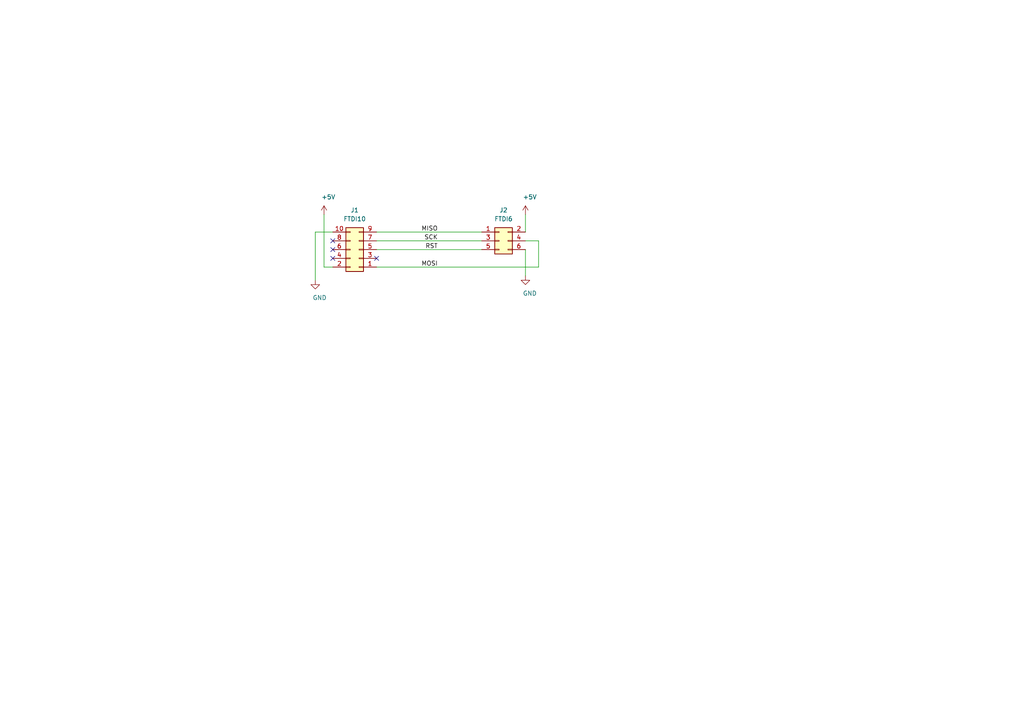
<source format=kicad_sch>
(kicad_sch (version 20200714) (host eeschema "(5.99.0-2358-g6d8fb94d8)")
  (page 1 1)
  (paper "A4")
  (lib_symbols
    (symbol "Connector_Generic:Conn_02x03_Odd_Even" (pin_names hide)
      (property "Reference" "J" (at 1.27 5.08 0))
      (property "Value" "Conn_02x03_Odd_Even" (at 1.27 -5.08 0))
      (symbol "Conn_02x03_Odd_Even_1_1"
        (rectangle (start -1.27 -2.413) (end 0 -2.667) (stroke (width 0.1524)))
        (rectangle (start -1.27 2.667) (end 0 2.413) (stroke (width 0.1524)))
        (rectangle (start -1.27 3.81) (end 3.81 -3.81) (stroke (width 0.254)) (fill (type background)))
        (rectangle (start -1.27 0.127) (end 0 -0.127) (stroke (width 0.1524)))
        (rectangle (start 3.81 -2.413) (end 2.54 -2.667) (stroke (width 0.1524)))
        (rectangle (start 3.81 2.667) (end 2.54 2.413) (stroke (width 0.1524)))
        (rectangle (start 3.81 0.127) (end 2.54 -0.127) (stroke (width 0.1524)))
        (pin passive line (at -5.08 2.54 0) (length 3.81) (name "Pin_1") (number "1"))
        (pin passive line (at 7.62 2.54 180) (length 3.81) (name "Pin_2") (number "2"))
        (pin passive line (at -5.08 0 0) (length 3.81) (name "Pin_3") (number "3"))
        (pin passive line (at 7.62 0 180) (length 3.81) (name "Pin_4") (number "4"))
        (pin passive line (at -5.08 -2.54 0) (length 3.81) (name "Pin_5") (number "5"))
        (pin passive line (at 7.62 -2.54 180) (length 3.81) (name "Pin_6") (number "6"))
      )
    )
    (symbol "Connector_Generic:Conn_02x05_Odd_Even" (pin_names hide)
      (property "Reference" "J" (at 1.27 7.62 0))
      (property "Value" "Conn_02x05_Odd_Even" (at 1.27 -7.62 0))
      (symbol "Conn_02x05_Odd_Even_1_1"
        (rectangle (start -1.27 -4.953) (end 0 -5.207) (stroke (width 0.1524)))
        (rectangle (start -1.27 -2.413) (end 0 -2.667) (stroke (width 0.1524)))
        (rectangle (start -1.27 2.667) (end 0 2.413) (stroke (width 0.1524)))
        (rectangle (start -1.27 5.207) (end 0 4.953) (stroke (width 0.1524)))
        (rectangle (start -1.27 6.35) (end 3.81 -6.35) (stroke (width 0.254)) (fill (type background)))
        (rectangle (start -1.27 0.127) (end 0 -0.127) (stroke (width 0.1524)))
        (rectangle (start 3.81 -4.953) (end 2.54 -5.207) (stroke (width 0.1524)))
        (rectangle (start 3.81 -2.413) (end 2.54 -2.667) (stroke (width 0.1524)))
        (rectangle (start 3.81 2.667) (end 2.54 2.413) (stroke (width 0.1524)))
        (rectangle (start 3.81 5.207) (end 2.54 4.953) (stroke (width 0.1524)))
        (rectangle (start 3.81 0.127) (end 2.54 -0.127) (stroke (width 0.1524)))
        (pin passive line (at -5.08 5.08 0) (length 3.81) (name "Pin_1") (number "1"))
        (pin passive line (at 7.62 -5.08 180) (length 3.81) (name "Pin_10") (number "10"))
        (pin passive line (at 7.62 5.08 180) (length 3.81) (name "Pin_2") (number "2"))
        (pin passive line (at -5.08 2.54 0) (length 3.81) (name "Pin_3") (number "3"))
        (pin passive line (at 7.62 2.54 180) (length 3.81) (name "Pin_4") (number "4"))
        (pin passive line (at -5.08 0 0) (length 3.81) (name "Pin_5") (number "5"))
        (pin passive line (at 7.62 0 180) (length 3.81) (name "Pin_6") (number "6"))
        (pin passive line (at -5.08 -2.54 0) (length 3.81) (name "Pin_7") (number "7"))
        (pin passive line (at 7.62 -2.54 180) (length 3.81) (name "Pin_8") (number "8"))
        (pin passive line (at -5.08 -5.08 0) (length 3.81) (name "Pin_9") (number "9"))
      )
    )
    (symbol "power:+5V" (power) (pin_names (offset 0))
      (property "Value" "+5V" (at 0 3.556 0))
      (symbol "+5V_0_1"
        (polyline (pts (xy -0.762 1.27) (xy 0 2.54)))
        (polyline (pts (xy 0 0) (xy 0 2.54)))
        (polyline (pts (xy 0 2.54) (xy 0.762 1.27)))
      )
      (symbol "+5V_1_1"
        (pin power_in line (at 0 0 90) (length 0) hide (name "+5V") (number "1"))
      )
    )
    (symbol "power:GND" (power) (pin_names (offset 0))
      (property "Value" "GND" (at 0 -3.81 0))
      (symbol "GND_0_1"
        (polyline (pts (xy 0 0) (xy 0 -1.27) (xy 1.27 -1.27) (xy 0 -2.54) (xy -1.27 -1.27) (xy 0 -1.27)))
      )
      (symbol "GND_1_1"
        (pin power_in line (at 0 0 270) (length 0) hide (name "GND") (number "1"))
      )
    )
  )
  (no_connect (at 96.52 74.93))
  (no_connect (at 109.22 74.93))
  (no_connect (at 96.52 69.85))
  (no_connect (at 96.52 72.39))
  (wire (pts (xy 91.44 67.31) (xy 91.44 81.28)))
  (wire (pts (xy 93.98 62.23) (xy 93.98 77.47)))
  (wire (pts (xy 93.98 77.47) (xy 96.52 77.47)))
  (wire (pts (xy 96.52 67.31) (xy 91.44 67.31)))
  (wire (pts (xy 109.22 67.31) (xy 139.7 67.31)))
  (wire (pts (xy 109.22 69.85) (xy 139.7 69.85)))
  (wire (pts (xy 109.22 72.39) (xy 139.7 72.39)))
  (wire (pts (xy 109.22 77.47) (xy 156.21 77.47)))
  (wire (pts (xy 152.4 62.23) (xy 152.4 67.31)))
  (wire (pts (xy 152.4 69.85) (xy 156.21 69.85)))
  (wire (pts (xy 152.4 72.39) (xy 152.4 80.01)))
  (wire (pts (xy 156.21 77.47) (xy 156.21 69.85)))
  (label "MISO" (at 127 67.31 180))
  (label "SCK" (at 127 69.85 180))
  (label "RST" (at 127 72.39 180))
  (label "MOSI" (at 127 77.47 180))
  (symbol (lib_id "power:+5V") (at 93.98 62.23 0) (unit 1)
    (property "Reference" "#PWR02" (effects hide))
    (property "Value" "+5V" (at 95.25 57.15 0))
  )
  (symbol (lib_id "power:+5V") (at 152.4 62.23 0) (unit 1)
    (property "Reference" "#PWR03" (effects hide))
    (property "Value" "+5V" (at 153.67 57.15 0))
  )
  (symbol (lib_id "power:GND") (at 91.44 81.28 0) (unit 1)
    (property "Reference" "#PWR01" (effects hide))
    (property "Value" "GND" (at 92.71 86.36 0))
  )
  (symbol (lib_id "power:GND") (at 152.4 80.01 0) (unit 1)
    (property "Reference" "#PWR04" (effects hide))
    (property "Value" "GND" (at 153.67 85.09 0))
  )
  (symbol (lib_id "Connector_Generic:Conn_02x03_Odd_Even") (at 144.78 69.85 0) (unit 1)
    (property "Reference" "J2" (at 146.05 60.96 0))
    (property "Value" "FTDI6" (at 146.05 63.5 0))
    (property "Footprint" "Connector_PinSocket_2.54mm:PinSocket_2x03_P2.54mm_Vertical" (effects hide))
  )
  (symbol (lib_id "Connector_Generic:Conn_02x05_Odd_Even") (at 104.14 72.39 180) (unit 1)
    (property "Reference" "J1" (at 102.87 60.96 0))
    (property "Value" "FTDI10" (at 102.87 63.5 0))
    (property "Footprint" "Connector_IDC:IDC-Header_2x05_P2.54mm_Vertical" (effects hide))
  )
)
</source>
